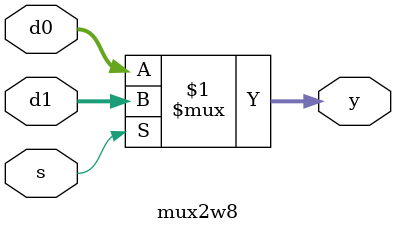
<source format=v>
/* Reiner Dizon
 * Simple 8-bit microprocessor (MP-8)
 * 2-to-1 MUX (8-bit data width) Module
 */
module mux2w8(
	input [7:0] d0, d1,	// Two Data Inputs
	input s, 			// Selector Input (from Control Unit)
	output [7:0] y		// MUX Output
);
	assign y = s ? d1 : d0;
endmodule
</source>
